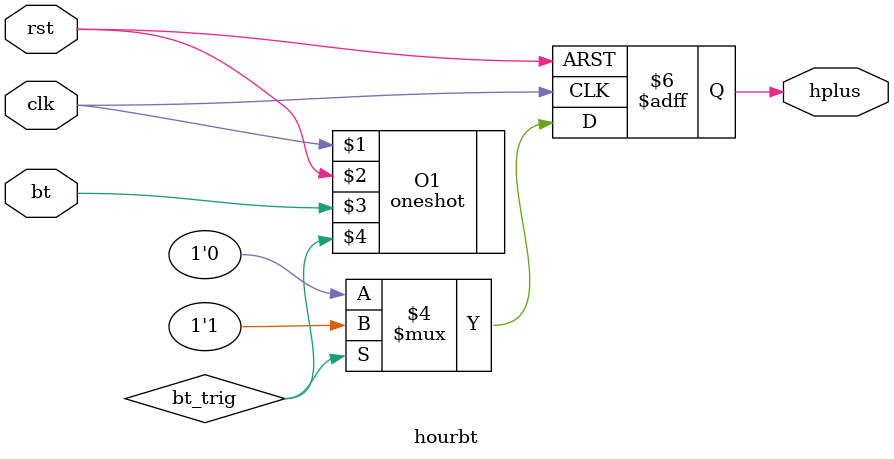
<source format=v>
module hourbt( clk, rst, bt, hplus);

input clk, rst;
input bt;

output hplus;
reg hplus;


oneshot #(.WIDTH(1))  O1(clk, rst, bt, bt_trig);

always @(posedge clk or negedge rst) begin
    if(!rst)
    hplus <= 1'b0;
    
    else if(bt_trig) begin
        hplus <= 1'b1;
        end
        
        else   
        hplus <= 1'b0;
        
     end
     
     endmodule
</source>
